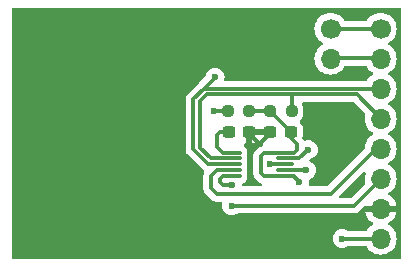
<source format=gtl>
G04 #@! TF.GenerationSoftware,KiCad,Pcbnew,8.0.5*
G04 #@! TF.CreationDate,2024-10-05T11:22:00+02:00*
G04 #@! TF.ProjectId,DRV2605-breakout,44525632-3630-4352-9d62-7265616b6f75,rev?*
G04 #@! TF.SameCoordinates,Original*
G04 #@! TF.FileFunction,Copper,L1,Top*
G04 #@! TF.FilePolarity,Positive*
%FSLAX46Y46*%
G04 Gerber Fmt 4.6, Leading zero omitted, Abs format (unit mm)*
G04 Created by KiCad (PCBNEW 8.0.5) date 2024-10-05 11:22:00*
%MOMM*%
%LPD*%
G01*
G04 APERTURE LIST*
G04 Aperture macros list*
%AMRoundRect*
0 Rectangle with rounded corners*
0 $1 Rounding radius*
0 $2 $3 $4 $5 $6 $7 $8 $9 X,Y pos of 4 corners*
0 Add a 4 corners polygon primitive as box body*
4,1,4,$2,$3,$4,$5,$6,$7,$8,$9,$2,$3,0*
0 Add four circle primitives for the rounded corners*
1,1,$1+$1,$2,$3*
1,1,$1+$1,$4,$5*
1,1,$1+$1,$6,$7*
1,1,$1+$1,$8,$9*
0 Add four rect primitives between the rounded corners*
20,1,$1+$1,$2,$3,$4,$5,0*
20,1,$1+$1,$4,$5,$6,$7,0*
20,1,$1+$1,$6,$7,$8,$9,0*
20,1,$1+$1,$8,$9,$2,$3,0*%
G04 Aperture macros list end*
G04 #@! TA.AperFunction,SMDPad,CuDef*
%ADD10RoundRect,0.075000X-0.650000X-0.075000X0.650000X-0.075000X0.650000X0.075000X-0.650000X0.075000X0*%
G04 #@! TD*
G04 #@! TA.AperFunction,SMDPad,CuDef*
%ADD11RoundRect,0.237500X-0.250000X-0.237500X0.250000X-0.237500X0.250000X0.237500X-0.250000X0.237500X0*%
G04 #@! TD*
G04 #@! TA.AperFunction,SMDPad,CuDef*
%ADD12RoundRect,0.237500X0.250000X0.237500X-0.250000X0.237500X-0.250000X-0.237500X0.250000X-0.237500X0*%
G04 #@! TD*
G04 #@! TA.AperFunction,ComponentPad*
%ADD13C,1.700000*%
G04 #@! TD*
G04 #@! TA.AperFunction,ComponentPad*
%ADD14O,1.700000X1.700000*%
G04 #@! TD*
G04 #@! TA.AperFunction,SMDPad,CuDef*
%ADD15RoundRect,0.237500X0.300000X0.237500X-0.300000X0.237500X-0.300000X-0.237500X0.300000X-0.237500X0*%
G04 #@! TD*
G04 #@! TA.AperFunction,SMDPad,CuDef*
%ADD16RoundRect,0.237500X-0.300000X-0.237500X0.300000X-0.237500X0.300000X0.237500X-0.300000X0.237500X0*%
G04 #@! TD*
G04 #@! TA.AperFunction,ViaPad*
%ADD17C,0.600000*%
G04 #@! TD*
G04 #@! TA.AperFunction,Conductor*
%ADD18C,0.300000*%
G04 #@! TD*
G04 APERTURE END LIST*
D10*
X120475000Y-76500000D03*
X120475000Y-77000000D03*
X120475000Y-77500000D03*
X120475000Y-78000000D03*
X120475000Y-78500000D03*
X124875000Y-78500000D03*
X124875000Y-78000000D03*
X124875000Y-77500000D03*
X124875000Y-77000000D03*
X124875000Y-76500000D03*
D11*
X123625000Y-73000000D03*
X125450000Y-73000000D03*
D12*
X121875000Y-73000000D03*
X120050000Y-73000000D03*
D13*
X133000000Y-66000000D03*
D14*
X133000000Y-68540000D03*
X133000000Y-71080000D03*
X133000000Y-73620000D03*
X133000000Y-76160000D03*
X133000000Y-78700000D03*
X133000000Y-81240000D03*
X133000000Y-83780000D03*
D13*
X128750000Y-66000000D03*
D14*
X128750000Y-68540000D03*
D15*
X125375000Y-74750000D03*
X123650000Y-74750000D03*
D16*
X120150000Y-74750000D03*
X121875000Y-74750000D03*
D17*
X122759140Y-75770733D03*
X129750000Y-73750000D03*
X127250000Y-73750000D03*
X130000000Y-77500000D03*
X130500000Y-79750000D03*
X120375000Y-79250000D03*
X120375000Y-81000000D03*
X129750000Y-83780000D03*
X126125000Y-79000000D03*
X118974659Y-70112607D03*
X118875000Y-73000000D03*
X130750000Y-82000000D03*
X123625000Y-77500000D03*
X126875000Y-76250000D03*
X126705761Y-78000000D03*
D18*
X118974659Y-70150341D02*
X118045000Y-71080000D01*
X118974659Y-70112607D02*
X118974659Y-70150341D01*
X125375000Y-71580000D02*
X125000000Y-71580000D01*
X125000000Y-71580000D02*
X123625000Y-71580000D01*
X133000000Y-73620000D02*
X130960000Y-71580000D01*
X130960000Y-71580000D02*
X125000000Y-71580000D01*
X133000000Y-78700000D02*
X130700000Y-81000000D01*
X130700000Y-81000000D02*
X120375000Y-81000000D01*
X120475000Y-78000000D02*
X119125000Y-78000000D01*
X128750000Y-80000000D02*
X132590000Y-76160000D01*
X118625000Y-79500000D02*
X119125000Y-80000000D01*
X119125000Y-78000000D02*
X118625000Y-78500000D01*
X132590000Y-76160000D02*
X133000000Y-76160000D01*
X118625000Y-78500000D02*
X118625000Y-79500000D01*
X119125000Y-80000000D02*
X128750000Y-80000000D01*
X133000000Y-71080000D02*
X118045000Y-71080000D01*
X123650000Y-74750000D02*
X123650000Y-74879873D01*
X123650000Y-74879873D02*
X122759140Y-75770733D01*
X121875000Y-74750000D02*
X121875000Y-74886593D01*
X121875000Y-74886593D02*
X122759140Y-75770733D01*
X120475000Y-78500000D02*
X119625000Y-78500000D01*
X119375000Y-79000000D02*
X119625000Y-79250000D01*
X119625000Y-78500000D02*
X119375000Y-78750000D01*
X119375000Y-78750000D02*
X119375000Y-79000000D01*
X119625000Y-79250000D02*
X120375000Y-79250000D01*
X120050000Y-73000000D02*
X118875000Y-73000000D01*
X125450000Y-73000000D02*
X125450000Y-71655000D01*
X125450000Y-71655000D02*
X125375000Y-71580000D01*
X123625000Y-73000000D02*
X121875000Y-73000000D01*
X125375000Y-74750000D02*
X123625000Y-73000000D01*
X123625000Y-71580000D02*
X118252106Y-71580000D01*
X117125000Y-72000000D02*
X117125000Y-76207106D01*
X118417894Y-77500000D02*
X120475000Y-77500000D01*
X118045000Y-71080000D02*
X117125000Y-72000000D01*
X117125000Y-76207106D02*
X118417894Y-77500000D01*
X118252106Y-71580000D02*
X117728553Y-72103553D01*
X117728553Y-72103553D02*
X117728553Y-76103553D01*
X117728553Y-76103553D02*
X118625000Y-77000000D01*
X118625000Y-77000000D02*
X120475000Y-77000000D01*
X126125000Y-77000000D02*
X124875000Y-77000000D01*
X126875000Y-76250000D02*
X126125000Y-77000000D01*
X126705761Y-78000000D02*
X124875000Y-78000000D01*
X124875000Y-76500000D02*
X125625000Y-76500000D01*
X125625000Y-76500000D02*
X125875000Y-76250000D01*
X125875000Y-75750000D02*
X125375000Y-75250000D01*
X125875000Y-76250000D02*
X125875000Y-75750000D01*
X125375000Y-75250000D02*
X125375000Y-74750000D01*
X124875000Y-78500000D02*
X123125000Y-78500000D01*
X123125000Y-78500000D02*
X122875000Y-78250000D01*
X122875000Y-78250000D02*
X122875000Y-76750000D01*
X122875000Y-76750000D02*
X123125000Y-76500000D01*
X123125000Y-76500000D02*
X124875000Y-76500000D01*
X124875000Y-77500000D02*
X123625000Y-77500000D01*
X120475000Y-76500000D02*
X119625000Y-76500000D01*
X119625000Y-76500000D02*
X119125000Y-76000000D01*
X119125000Y-76000000D02*
X119125000Y-75000000D01*
X119125000Y-75000000D02*
X119375000Y-74750000D01*
X119375000Y-74750000D02*
X120150000Y-74750000D01*
X129750000Y-83780000D02*
X133000000Y-83780000D01*
X124875000Y-78500000D02*
X125625000Y-78500000D01*
X125625000Y-78500000D02*
X126125000Y-79000000D01*
X133000000Y-66000000D02*
X128750000Y-66000000D01*
X132875000Y-68500000D02*
X128625000Y-68500000D01*
G04 #@! TA.AperFunction,Conductor*
G36*
X131636938Y-78135519D02*
G01*
X131692872Y-78177391D01*
X131717289Y-78242855D01*
X131713380Y-78283793D01*
X131664939Y-78464583D01*
X131664936Y-78464596D01*
X131644341Y-78699999D01*
X131644341Y-78700000D01*
X131664936Y-78935403D01*
X131664939Y-78935416D01*
X131684384Y-79007989D01*
X131682721Y-79077839D01*
X131652290Y-79127762D01*
X130466873Y-80313181D01*
X130405550Y-80346666D01*
X130379192Y-80349500D01*
X129619808Y-80349500D01*
X129552769Y-80329815D01*
X129507014Y-80277011D01*
X129497070Y-80207853D01*
X129526095Y-80144297D01*
X129532127Y-80137819D01*
X130005277Y-79664669D01*
X131505926Y-78164018D01*
X131567247Y-78130535D01*
X131636938Y-78135519D01*
G37*
G04 #@! TD.AperFunction*
G04 #@! TA.AperFunction,Conductor*
G36*
X123843039Y-74519685D02*
G01*
X123888794Y-74572489D01*
X123900000Y-74624000D01*
X123900000Y-74876000D01*
X123880315Y-74943039D01*
X123827511Y-74988794D01*
X123776000Y-75000000D01*
X122125000Y-75000000D01*
X122125000Y-75724999D01*
X122224140Y-75724999D01*
X122224154Y-75724998D01*
X122325152Y-75714680D01*
X122488800Y-75660453D01*
X122488811Y-75660448D01*
X122635534Y-75569947D01*
X122635538Y-75569944D01*
X122674819Y-75530664D01*
X122736142Y-75497179D01*
X122805834Y-75502163D01*
X122850181Y-75530664D01*
X122889461Y-75569944D01*
X122889465Y-75569947D01*
X123005485Y-75641510D01*
X123052210Y-75693458D01*
X123063431Y-75762420D01*
X123035588Y-75826502D01*
X122977519Y-75865358D01*
X122964582Y-75868665D01*
X122935258Y-75874498D01*
X122935255Y-75874499D01*
X122816870Y-75923535D01*
X122710331Y-75994722D01*
X122710324Y-75994728D01*
X122369726Y-76335326D01*
X122369723Y-76335331D01*
X122329579Y-76395413D01*
X122321959Y-76406817D01*
X122321957Y-76406819D01*
X122298539Y-76441864D01*
X122298533Y-76441875D01*
X122249499Y-76560255D01*
X122249497Y-76560261D01*
X122224500Y-76685928D01*
X122224500Y-76685931D01*
X122224500Y-78314069D01*
X122224500Y-78314071D01*
X122224499Y-78314071D01*
X122239064Y-78387286D01*
X122244511Y-78414669D01*
X122249499Y-78439744D01*
X122298535Y-78558127D01*
X122369723Y-78664669D01*
X122369726Y-78664673D01*
X122710327Y-79005274D01*
X122710330Y-79005276D01*
X122789428Y-79058127D01*
X122816873Y-79076465D01*
X122869888Y-79098424D01*
X122900100Y-79110939D01*
X122954504Y-79154780D01*
X122976569Y-79221074D01*
X122959290Y-79288773D01*
X122908153Y-79336384D01*
X122852648Y-79349500D01*
X121382435Y-79349500D01*
X121315396Y-79329815D01*
X121269641Y-79277011D01*
X121259697Y-79207853D01*
X121288722Y-79144297D01*
X121334983Y-79110939D01*
X121391014Y-79087729D01*
X121415228Y-79077700D01*
X121415229Y-79077700D01*
X121415229Y-79077699D01*
X121415233Y-79077698D01*
X121535451Y-78985451D01*
X121627698Y-78865233D01*
X121685687Y-78725236D01*
X121700500Y-78612720D01*
X121700500Y-78387280D01*
X121685687Y-78274764D01*
X121685686Y-78274763D01*
X121684626Y-78266705D01*
X121687689Y-78266301D01*
X121687689Y-78233698D01*
X121684626Y-78233295D01*
X121690079Y-78191873D01*
X121700500Y-78112720D01*
X121700500Y-77887280D01*
X121685687Y-77774764D01*
X121685686Y-77774763D01*
X121684626Y-77766705D01*
X121687689Y-77766301D01*
X121687689Y-77733698D01*
X121684626Y-77733295D01*
X121694077Y-77661505D01*
X121700500Y-77612720D01*
X121700500Y-77387280D01*
X121685687Y-77274764D01*
X121685686Y-77274763D01*
X121684626Y-77266705D01*
X121687689Y-77266301D01*
X121687689Y-77233698D01*
X121684626Y-77233295D01*
X121689207Y-77198498D01*
X121700500Y-77112720D01*
X121700500Y-76887280D01*
X121685687Y-76774764D01*
X121685686Y-76774763D01*
X121684626Y-76766705D01*
X121687689Y-76766301D01*
X121687689Y-76733698D01*
X121684626Y-76733295D01*
X121685687Y-76725236D01*
X121700500Y-76612720D01*
X121700500Y-76387280D01*
X121685687Y-76274764D01*
X121627698Y-76134767D01*
X121535451Y-76014549D01*
X121504084Y-75990480D01*
X121447908Y-75947374D01*
X121406706Y-75890946D01*
X121402551Y-75821200D01*
X121436764Y-75760280D01*
X121498481Y-75727528D01*
X121523394Y-75724999D01*
X121625000Y-75724998D01*
X121625000Y-74624000D01*
X121644685Y-74556961D01*
X121697489Y-74511206D01*
X121749000Y-74500000D01*
X123776000Y-74500000D01*
X123843039Y-74519685D01*
G37*
G04 #@! TD.AperFunction*
G04 #@! TA.AperFunction,Conductor*
G36*
X130706231Y-72250185D02*
G01*
X130726873Y-72266819D01*
X131652290Y-73192236D01*
X131685775Y-73253559D01*
X131684384Y-73312008D01*
X131664937Y-73384589D01*
X131664937Y-73384590D01*
X131644341Y-73619999D01*
X131644341Y-73620000D01*
X131664936Y-73855403D01*
X131664938Y-73855413D01*
X131726094Y-74083655D01*
X131726096Y-74083659D01*
X131726097Y-74083663D01*
X131768005Y-74173535D01*
X131825965Y-74297830D01*
X131825967Y-74297834D01*
X131871070Y-74362247D01*
X131941849Y-74463330D01*
X131961501Y-74491395D01*
X131961506Y-74491402D01*
X132128597Y-74658493D01*
X132128603Y-74658498D01*
X132314158Y-74788425D01*
X132357783Y-74843002D01*
X132364977Y-74912500D01*
X132333454Y-74974855D01*
X132314158Y-74991575D01*
X132128597Y-75121505D01*
X131961505Y-75288597D01*
X131825965Y-75482169D01*
X131825964Y-75482171D01*
X131726098Y-75696335D01*
X131726094Y-75696344D01*
X131664938Y-75924586D01*
X131664936Y-75924596D01*
X131645809Y-76143217D01*
X131620356Y-76208285D01*
X131609962Y-76220090D01*
X128516873Y-79313181D01*
X128455550Y-79346666D01*
X128429192Y-79349500D01*
X127025559Y-79349500D01*
X126958520Y-79329815D01*
X126912765Y-79277011D01*
X126902821Y-79207853D01*
X126908517Y-79184546D01*
X126910367Y-79179257D01*
X126910368Y-79179255D01*
X126916425Y-79125501D01*
X126930565Y-79000003D01*
X126930565Y-78999997D01*
X126916643Y-78876440D01*
X126928697Y-78807618D01*
X126976046Y-78756239D01*
X126998906Y-78745515D01*
X127055283Y-78725789D01*
X127208023Y-78629816D01*
X127335577Y-78502262D01*
X127431550Y-78349522D01*
X127491129Y-78179255D01*
X127496057Y-78135519D01*
X127511326Y-78000003D01*
X127511326Y-77999996D01*
X127491130Y-77820750D01*
X127491129Y-77820745D01*
X127431550Y-77650478D01*
X127335577Y-77497738D01*
X127208023Y-77370184D01*
X127168174Y-77345145D01*
X127055282Y-77274210D01*
X127047966Y-77271650D01*
X126991191Y-77230926D01*
X126965445Y-77165973D01*
X126978903Y-77097412D01*
X127027291Y-77047010D01*
X127047969Y-77037567D01*
X127054252Y-77035368D01*
X127054255Y-77035368D01*
X127224522Y-76975789D01*
X127377262Y-76879816D01*
X127504816Y-76752262D01*
X127600789Y-76599522D01*
X127660368Y-76429255D01*
X127665097Y-76387286D01*
X127680565Y-76250003D01*
X127680565Y-76249996D01*
X127660369Y-76070750D01*
X127660368Y-76070745D01*
X127640703Y-76014547D01*
X127600789Y-75900478D01*
X127504816Y-75747738D01*
X127377262Y-75620184D01*
X127297936Y-75570340D01*
X127224523Y-75524211D01*
X127054254Y-75464631D01*
X127054249Y-75464630D01*
X126875004Y-75444435D01*
X126874996Y-75444435D01*
X126695750Y-75464630D01*
X126695742Y-75464632D01*
X126600449Y-75497977D01*
X126530671Y-75501538D01*
X126470043Y-75466809D01*
X126455368Y-75446594D01*
X126454851Y-75446940D01*
X126433289Y-75414671D01*
X126433287Y-75414667D01*
X126385145Y-75342616D01*
X126364267Y-75275939D01*
X126370541Y-75234722D01*
X126402674Y-75137753D01*
X126413000Y-75036677D01*
X126412999Y-74463324D01*
X126402674Y-74362247D01*
X126348408Y-74198484D01*
X126257840Y-74051650D01*
X126181371Y-73975181D01*
X126147886Y-73913858D01*
X126152870Y-73844166D01*
X126181371Y-73799819D01*
X126205512Y-73775678D01*
X126282840Y-73698350D01*
X126373408Y-73551516D01*
X126427674Y-73387753D01*
X126438000Y-73286677D01*
X126437999Y-72713324D01*
X126427674Y-72612247D01*
X126373408Y-72448484D01*
X126371854Y-72445965D01*
X126355590Y-72419596D01*
X126337150Y-72352204D01*
X126358073Y-72285541D01*
X126411715Y-72240771D01*
X126461129Y-72230500D01*
X130639192Y-72230500D01*
X130706231Y-72250185D01*
G37*
G04 #@! TD.AperFunction*
G04 #@! TA.AperFunction,Conductor*
G36*
X134692539Y-64270185D02*
G01*
X134738294Y-64322989D01*
X134749500Y-64374500D01*
X134749500Y-85375500D01*
X134729815Y-85442539D01*
X134677011Y-85488294D01*
X134625500Y-85499500D01*
X101874500Y-85499500D01*
X101807461Y-85479815D01*
X101761706Y-85427011D01*
X101750500Y-85375500D01*
X101750500Y-71935928D01*
X116474500Y-71935928D01*
X116474500Y-76271176D01*
X116490129Y-76349743D01*
X116490129Y-76349745D01*
X116499497Y-76396843D01*
X116499499Y-76396850D01*
X116548535Y-76515233D01*
X116604855Y-76599523D01*
X116619726Y-76621779D01*
X116619727Y-76621780D01*
X117912618Y-77914669D01*
X118003225Y-78005276D01*
X118017642Y-78014909D01*
X118062448Y-78068522D01*
X118071155Y-78137846D01*
X118051860Y-78186894D01*
X118048540Y-78191862D01*
X118048533Y-78191875D01*
X117999499Y-78310255D01*
X117999497Y-78310261D01*
X117974500Y-78435928D01*
X117974500Y-78435931D01*
X117974500Y-79564069D01*
X117974500Y-79564071D01*
X117974499Y-79564071D01*
X117994511Y-79664669D01*
X117999499Y-79689744D01*
X118019694Y-79738498D01*
X118048534Y-79808125D01*
X118119726Y-79914673D01*
X118710325Y-80505272D01*
X118710332Y-80505278D01*
X118800417Y-80565470D01*
X118811412Y-80572816D01*
X118816873Y-80576465D01*
X118935256Y-80625501D01*
X118935260Y-80625501D01*
X118935261Y-80625502D01*
X119060928Y-80650500D01*
X119060931Y-80650500D01*
X119474441Y-80650500D01*
X119541480Y-80670185D01*
X119587235Y-80722989D01*
X119597179Y-80792147D01*
X119591483Y-80815454D01*
X119589632Y-80820742D01*
X119589630Y-80820750D01*
X119569435Y-80999996D01*
X119569435Y-81000003D01*
X119589630Y-81179249D01*
X119589631Y-81179254D01*
X119649211Y-81349523D01*
X119701659Y-81432993D01*
X119745184Y-81502262D01*
X119872738Y-81629816D01*
X119935904Y-81669506D01*
X119993864Y-81705925D01*
X120025478Y-81725789D01*
X120066091Y-81740000D01*
X120195745Y-81785368D01*
X120195750Y-81785369D01*
X120374996Y-81805565D01*
X120375000Y-81805565D01*
X120375004Y-81805565D01*
X120554249Y-81785369D01*
X120554251Y-81785368D01*
X120554255Y-81785368D01*
X120554258Y-81785366D01*
X120554262Y-81785366D01*
X120683909Y-81740000D01*
X120724522Y-81725789D01*
X120814096Y-81669505D01*
X120880068Y-81650500D01*
X130764071Y-81650500D01*
X130848615Y-81633682D01*
X130889744Y-81625501D01*
X131008127Y-81576465D01*
X131114669Y-81505277D01*
X131593627Y-81026318D01*
X131654949Y-80992834D01*
X131681307Y-80990000D01*
X132566988Y-80990000D01*
X132534075Y-81047007D01*
X132500000Y-81174174D01*
X132500000Y-81305826D01*
X132534075Y-81432993D01*
X132566988Y-81490000D01*
X131669364Y-81490000D01*
X131726567Y-81703486D01*
X131726570Y-81703492D01*
X131826399Y-81917578D01*
X131961894Y-82111082D01*
X132128917Y-82278105D01*
X132314595Y-82408119D01*
X132358219Y-82462696D01*
X132365412Y-82532195D01*
X132333890Y-82594549D01*
X132314595Y-82611269D01*
X132128594Y-82741508D01*
X131961506Y-82908596D01*
X131843854Y-83076623D01*
X131789277Y-83120248D01*
X131742279Y-83129500D01*
X130255068Y-83129500D01*
X130189096Y-83110494D01*
X130099522Y-83054210D01*
X130099518Y-83054209D01*
X129929262Y-82994633D01*
X129929249Y-82994630D01*
X129750004Y-82974435D01*
X129749996Y-82974435D01*
X129570750Y-82994630D01*
X129570745Y-82994631D01*
X129400476Y-83054211D01*
X129247737Y-83150184D01*
X129120184Y-83277737D01*
X129024211Y-83430476D01*
X128964631Y-83600745D01*
X128964630Y-83600750D01*
X128944435Y-83779996D01*
X128944435Y-83780003D01*
X128964630Y-83959249D01*
X128964631Y-83959254D01*
X129024211Y-84129523D01*
X129095931Y-84243664D01*
X129120184Y-84282262D01*
X129247738Y-84409816D01*
X129310904Y-84449506D01*
X129364809Y-84483377D01*
X129400478Y-84505789D01*
X129570739Y-84565366D01*
X129570745Y-84565368D01*
X129570750Y-84565369D01*
X129749996Y-84585565D01*
X129750000Y-84585565D01*
X129750004Y-84585565D01*
X129929249Y-84565369D01*
X129929251Y-84565368D01*
X129929255Y-84565368D01*
X129929258Y-84565366D01*
X129929262Y-84565366D01*
X130019377Y-84533832D01*
X130099522Y-84505789D01*
X130189096Y-84449505D01*
X130255068Y-84430500D01*
X131742278Y-84430500D01*
X131809317Y-84450185D01*
X131843853Y-84483377D01*
X131961500Y-84651395D01*
X131961505Y-84651401D01*
X132128599Y-84818495D01*
X132225384Y-84886265D01*
X132322165Y-84954032D01*
X132322167Y-84954033D01*
X132322170Y-84954035D01*
X132536337Y-85053903D01*
X132764592Y-85115063D01*
X132952918Y-85131539D01*
X132999999Y-85135659D01*
X133000000Y-85135659D01*
X133000001Y-85135659D01*
X133039234Y-85132226D01*
X133235408Y-85115063D01*
X133463663Y-85053903D01*
X133677830Y-84954035D01*
X133871401Y-84818495D01*
X134038495Y-84651401D01*
X134174035Y-84457830D01*
X134273903Y-84243663D01*
X134335063Y-84015408D01*
X134355659Y-83780000D01*
X134335063Y-83544592D01*
X134273903Y-83316337D01*
X134174035Y-83102171D01*
X134156147Y-83076623D01*
X134038494Y-82908597D01*
X133871402Y-82741506D01*
X133871401Y-82741505D01*
X133685405Y-82611269D01*
X133641781Y-82556692D01*
X133634588Y-82487193D01*
X133666110Y-82424839D01*
X133685405Y-82408119D01*
X133871082Y-82278105D01*
X134038105Y-82111082D01*
X134173600Y-81917578D01*
X134273429Y-81703492D01*
X134273432Y-81703486D01*
X134330636Y-81490000D01*
X133433012Y-81490000D01*
X133465925Y-81432993D01*
X133500000Y-81305826D01*
X133500000Y-81174174D01*
X133465925Y-81047007D01*
X133433012Y-80990000D01*
X134330636Y-80990000D01*
X134330635Y-80989999D01*
X134273432Y-80776513D01*
X134273429Y-80776507D01*
X134173600Y-80562422D01*
X134173599Y-80562420D01*
X134038113Y-80368926D01*
X134038108Y-80368920D01*
X133871078Y-80201890D01*
X133685405Y-80071879D01*
X133641780Y-80017302D01*
X133634588Y-79947804D01*
X133666110Y-79885449D01*
X133685406Y-79868730D01*
X133771959Y-79808125D01*
X133871401Y-79738495D01*
X134038495Y-79571401D01*
X134174035Y-79377830D01*
X134273903Y-79163663D01*
X134335063Y-78935408D01*
X134355659Y-78700000D01*
X134335063Y-78464592D01*
X134277564Y-78250000D01*
X134273905Y-78236344D01*
X134273904Y-78236343D01*
X134273903Y-78236337D01*
X134174035Y-78022171D01*
X134168951Y-78014909D01*
X134038494Y-77828597D01*
X133871402Y-77661506D01*
X133871396Y-77661501D01*
X133685842Y-77531575D01*
X133642217Y-77476998D01*
X133635023Y-77407500D01*
X133666546Y-77345145D01*
X133685842Y-77328425D01*
X133708026Y-77312891D01*
X133871401Y-77198495D01*
X134038495Y-77031401D01*
X134174035Y-76837830D01*
X134273903Y-76623663D01*
X134335063Y-76395408D01*
X134355659Y-76160000D01*
X134335063Y-75924592D01*
X134273903Y-75696337D01*
X134174035Y-75482171D01*
X134163279Y-75466809D01*
X134038494Y-75288597D01*
X133871402Y-75121506D01*
X133871396Y-75121501D01*
X133685842Y-74991575D01*
X133642217Y-74936998D01*
X133635023Y-74867500D01*
X133666546Y-74805145D01*
X133685842Y-74788425D01*
X133823732Y-74691873D01*
X133871401Y-74658495D01*
X134038495Y-74491401D01*
X134174035Y-74297830D01*
X134273903Y-74083663D01*
X134335063Y-73855408D01*
X134355659Y-73620000D01*
X134335063Y-73384592D01*
X134273903Y-73156337D01*
X134174035Y-72942171D01*
X134038495Y-72748599D01*
X134038494Y-72748597D01*
X133871402Y-72581506D01*
X133871396Y-72581501D01*
X133685842Y-72451575D01*
X133642217Y-72396998D01*
X133635023Y-72327500D01*
X133666546Y-72265145D01*
X133685842Y-72248425D01*
X133711441Y-72230500D01*
X133871401Y-72118495D01*
X134038495Y-71951401D01*
X134174035Y-71757830D01*
X134273903Y-71543663D01*
X134335063Y-71315408D01*
X134355659Y-71080000D01*
X134335063Y-70844592D01*
X134273903Y-70616337D01*
X134174035Y-70402171D01*
X134156147Y-70376623D01*
X134038494Y-70208597D01*
X133871402Y-70041506D01*
X133871396Y-70041501D01*
X133685842Y-69911575D01*
X133642217Y-69856998D01*
X133635023Y-69787500D01*
X133666546Y-69725145D01*
X133685842Y-69708425D01*
X133708026Y-69692891D01*
X133871401Y-69578495D01*
X134038495Y-69411401D01*
X134174035Y-69217830D01*
X134273903Y-69003663D01*
X134335063Y-68775408D01*
X134355659Y-68540000D01*
X134335063Y-68304592D01*
X134273903Y-68076337D01*
X134174035Y-67862171D01*
X134158685Y-67840248D01*
X134038494Y-67668597D01*
X133871402Y-67501506D01*
X133871396Y-67501501D01*
X133685842Y-67371575D01*
X133642217Y-67316998D01*
X133635023Y-67247500D01*
X133666546Y-67185145D01*
X133685842Y-67168425D01*
X133708026Y-67152891D01*
X133871401Y-67038495D01*
X134038495Y-66871401D01*
X134174035Y-66677830D01*
X134273903Y-66463663D01*
X134335063Y-66235408D01*
X134355659Y-66000000D01*
X134335063Y-65764592D01*
X134273903Y-65536337D01*
X134174035Y-65322171D01*
X134156147Y-65296623D01*
X134038494Y-65128597D01*
X133871402Y-64961506D01*
X133871395Y-64961501D01*
X133677834Y-64825967D01*
X133677830Y-64825965D01*
X133677828Y-64825964D01*
X133463663Y-64726097D01*
X133463659Y-64726096D01*
X133463655Y-64726094D01*
X133235413Y-64664938D01*
X133235403Y-64664936D01*
X133000001Y-64644341D01*
X132999999Y-64644341D01*
X132764596Y-64664936D01*
X132764586Y-64664938D01*
X132536344Y-64726094D01*
X132536335Y-64726098D01*
X132322171Y-64825964D01*
X132322169Y-64825965D01*
X132128597Y-64961505D01*
X131961506Y-65128596D01*
X131843854Y-65296623D01*
X131789277Y-65340248D01*
X131742279Y-65349500D01*
X130007721Y-65349500D01*
X129940682Y-65329815D01*
X129906146Y-65296623D01*
X129788494Y-65128597D01*
X129621402Y-64961506D01*
X129621395Y-64961501D01*
X129427834Y-64825967D01*
X129427830Y-64825965D01*
X129427828Y-64825964D01*
X129213663Y-64726097D01*
X129213659Y-64726096D01*
X129213655Y-64726094D01*
X128985413Y-64664938D01*
X128985403Y-64664936D01*
X128750001Y-64644341D01*
X128749999Y-64644341D01*
X128514596Y-64664936D01*
X128514586Y-64664938D01*
X128286344Y-64726094D01*
X128286335Y-64726098D01*
X128072171Y-64825964D01*
X128072169Y-64825965D01*
X127878597Y-64961505D01*
X127711505Y-65128597D01*
X127575965Y-65322169D01*
X127575964Y-65322171D01*
X127476098Y-65536335D01*
X127476094Y-65536344D01*
X127414938Y-65764586D01*
X127414936Y-65764596D01*
X127394341Y-65999999D01*
X127394341Y-66000000D01*
X127414936Y-66235403D01*
X127414938Y-66235413D01*
X127476094Y-66463655D01*
X127476096Y-66463659D01*
X127476097Y-66463663D01*
X127563221Y-66650500D01*
X127575965Y-66677830D01*
X127575967Y-66677834D01*
X127593853Y-66703377D01*
X127711501Y-66871396D01*
X127711506Y-66871402D01*
X127878597Y-67038493D01*
X127878603Y-67038498D01*
X128064158Y-67168425D01*
X128107783Y-67223002D01*
X128114977Y-67292500D01*
X128083454Y-67354855D01*
X128064158Y-67371575D01*
X127878597Y-67501505D01*
X127711505Y-67668597D01*
X127575965Y-67862169D01*
X127575964Y-67862171D01*
X127476098Y-68076335D01*
X127476094Y-68076344D01*
X127414938Y-68304586D01*
X127414936Y-68304596D01*
X127394341Y-68539999D01*
X127394341Y-68540000D01*
X127414936Y-68775403D01*
X127414938Y-68775413D01*
X127476094Y-69003655D01*
X127476096Y-69003659D01*
X127476097Y-69003663D01*
X127553748Y-69170185D01*
X127575965Y-69217830D01*
X127575967Y-69217834D01*
X127652573Y-69327238D01*
X127711505Y-69411401D01*
X127878599Y-69578495D01*
X127975384Y-69646265D01*
X128072165Y-69714032D01*
X128072167Y-69714033D01*
X128072170Y-69714035D01*
X128286337Y-69813903D01*
X128514592Y-69875063D01*
X128702918Y-69891539D01*
X128749999Y-69895659D01*
X128750000Y-69895659D01*
X128750001Y-69895659D01*
X128789234Y-69892226D01*
X128985408Y-69875063D01*
X129213663Y-69813903D01*
X129427830Y-69714035D01*
X129621401Y-69578495D01*
X129788495Y-69411401D01*
X129924035Y-69217830D01*
X129924036Y-69217826D01*
X129926743Y-69213140D01*
X129928866Y-69214366D01*
X129968169Y-69169687D01*
X130034428Y-69150500D01*
X131715572Y-69150500D01*
X131782611Y-69170185D01*
X131821167Y-69214346D01*
X131823257Y-69213140D01*
X131825965Y-69217831D01*
X131961501Y-69411395D01*
X131961506Y-69411402D01*
X132128597Y-69578493D01*
X132128603Y-69578498D01*
X132314158Y-69708425D01*
X132357783Y-69763002D01*
X132364977Y-69832500D01*
X132333454Y-69894855D01*
X132314158Y-69911575D01*
X132128597Y-70041505D01*
X131961506Y-70208596D01*
X131843854Y-70376623D01*
X131789277Y-70420248D01*
X131742279Y-70429500D01*
X119883275Y-70429500D01*
X119816236Y-70409815D01*
X119770481Y-70357011D01*
X119760055Y-70291617D01*
X119780224Y-70112610D01*
X119780224Y-70112603D01*
X119760028Y-69933357D01*
X119760027Y-69933352D01*
X119739630Y-69875061D01*
X119700448Y-69763085D01*
X119604475Y-69610345D01*
X119476921Y-69482791D01*
X119324182Y-69386818D01*
X119153913Y-69327238D01*
X119153908Y-69327237D01*
X118974663Y-69307042D01*
X118974655Y-69307042D01*
X118795409Y-69327237D01*
X118795404Y-69327238D01*
X118625135Y-69386818D01*
X118472396Y-69482791D01*
X118344843Y-69610344D01*
X118248869Y-69763085D01*
X118189289Y-69933357D01*
X118183683Y-69983112D01*
X118156615Y-70047526D01*
X118148144Y-70056908D01*
X117630330Y-70574724D01*
X116619722Y-71585331D01*
X116619718Y-71585336D01*
X116572195Y-71656463D01*
X116572194Y-71656464D01*
X116548536Y-71691870D01*
X116548534Y-71691874D01*
X116499499Y-71810255D01*
X116499497Y-71810261D01*
X116474500Y-71935928D01*
X101750500Y-71935928D01*
X101750500Y-64374500D01*
X101770185Y-64307461D01*
X101822989Y-64261706D01*
X101874500Y-64250500D01*
X134625500Y-64250500D01*
X134692539Y-64270185D01*
G37*
G04 #@! TD.AperFunction*
M02*

</source>
